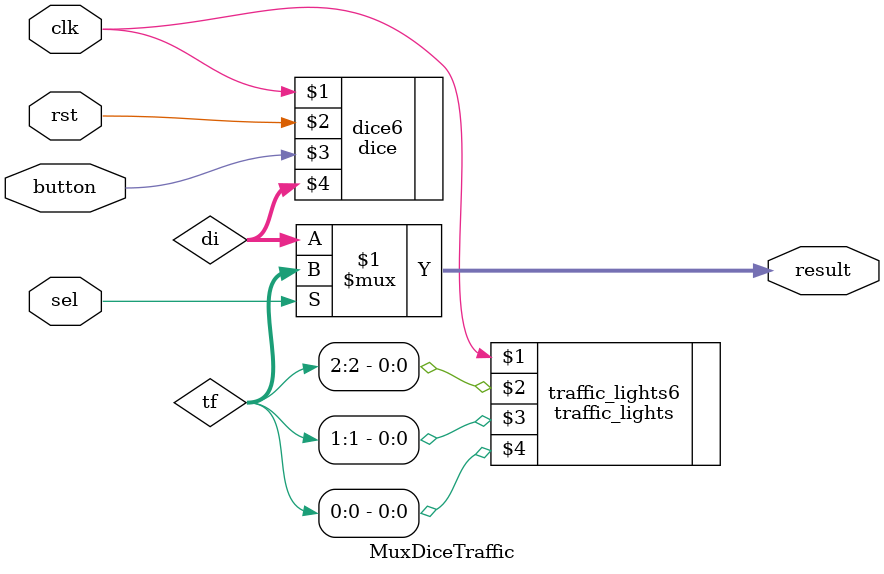
<source format=v>

`timescale 1ns/100ps
`include "dice6.v"
`include "traffic_lights6.v"

module MuxDiceTraffic(
input rst,
input clk,
input button,
input sel,
output wire [2:0] result
);

wire [2:0] tf;
wire [2:0] di;



traffic_lights traffic_lights6(clk, tf[2], tf[1], tf[0]);
dice dice6(clk, rst, button, di);
assign result = (sel)?(tf):(di);

endmodule



</source>
